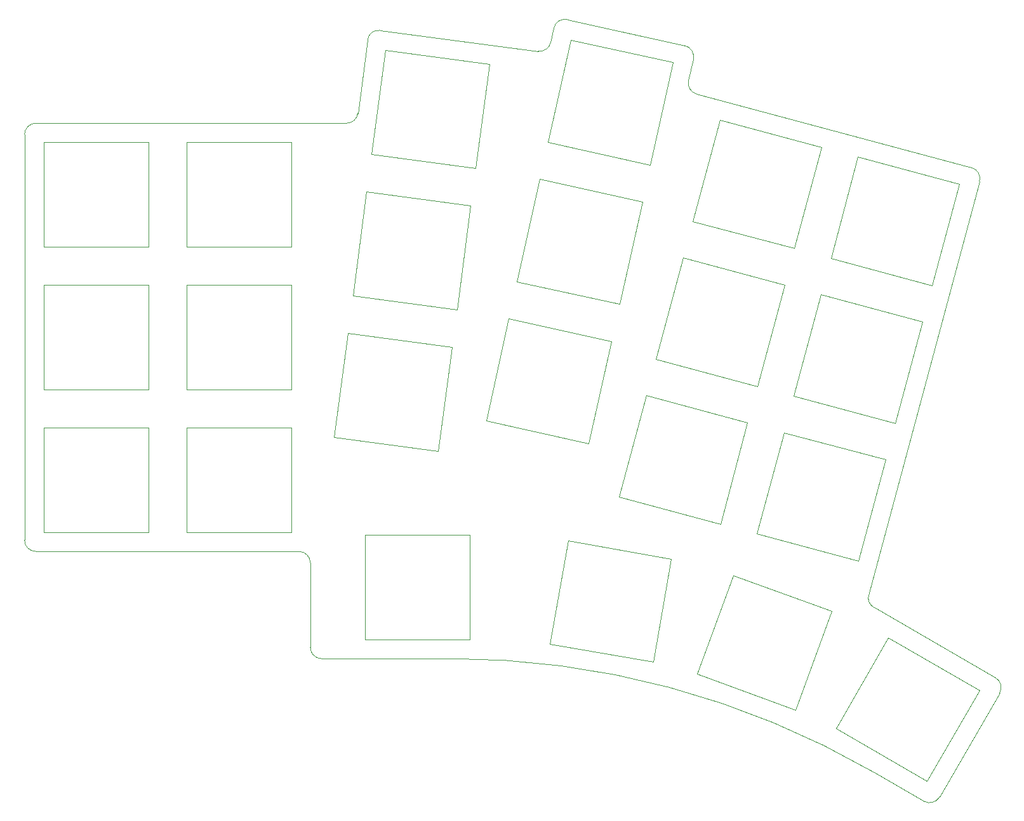
<source format=gbr>
G04 #@! TF.GenerationSoftware,KiCad,Pcbnew,(5.1.2)-1*
G04 #@! TF.CreationDate,2019-06-14T17:53:23+09:00*
G04 #@! TF.ProjectId,adelie,6164656c-6965-42e6-9b69-6361645f7063,rev?*
G04 #@! TF.SameCoordinates,Original*
G04 #@! TF.FileFunction,Profile,NP*
%FSLAX46Y46*%
G04 Gerber Fmt 4.6, Leading zero omitted, Abs format (unit mm)*
G04 Created by KiCad (PCBNEW (5.1.2)-1) date 2019-06-14 17:53:23*
%MOMM*%
%LPD*%
G04 APERTURE LIST*
%ADD10C,0.050000*%
G04 APERTURE END LIST*
D10*
X205831640Y-154350520D02*
X193707240Y-147350520D01*
X205831640Y-154350520D02*
X212831640Y-142226220D01*
X193707240Y-147350520D02*
X200707240Y-135226220D01*
X212831640Y-142226220D02*
X200707240Y-135226220D01*
X188350040Y-144832920D02*
X193138340Y-131677220D01*
X188350040Y-144832920D02*
X175194340Y-140044620D01*
X175194340Y-140044620D02*
X179982640Y-126888920D01*
X193138340Y-131677220D02*
X179982640Y-126888920D01*
X155533240Y-136026420D02*
X157964340Y-122239120D01*
X155533240Y-136026420D02*
X169320640Y-138457520D01*
X169320640Y-138457520D02*
X171751640Y-124670220D01*
X171751640Y-124670220D02*
X157964340Y-122239120D01*
X130897340Y-135470920D02*
X130897340Y-121470920D01*
X130897340Y-135470920D02*
X144897340Y-135470920D01*
X144897340Y-135470920D02*
X144897340Y-121470920D01*
X144897340Y-121470920D02*
X130897340Y-121470920D01*
X183164040Y-121351620D02*
X196687040Y-124975120D01*
X183164040Y-121351620D02*
X186787540Y-107828720D01*
X186787540Y-107828720D02*
X200310540Y-111452220D01*
X196687040Y-124975120D02*
X200310540Y-111452220D01*
X201617540Y-106574220D02*
X205241040Y-93051320D01*
X201617540Y-106574220D02*
X188094540Y-102950820D01*
X205241040Y-93051320D02*
X191718040Y-89427820D01*
X188094540Y-102950820D02*
X191718040Y-89427820D01*
X206548040Y-88173320D02*
X210171240Y-74651320D01*
X206548040Y-88173320D02*
X193025040Y-84549920D01*
X193025040Y-84549920D02*
X196648240Y-71027920D01*
X210171240Y-74651320D02*
X196648240Y-71027920D01*
X178286140Y-120044620D02*
X181909640Y-106521720D01*
X178286140Y-120044620D02*
X164763140Y-116421120D01*
X164763140Y-116421120D02*
X168386640Y-102898220D01*
X181909640Y-106521720D02*
X168386640Y-102898220D01*
X183216640Y-101643720D02*
X186840140Y-88120820D01*
X183216640Y-101643720D02*
X169693640Y-98020320D01*
X169693640Y-98020320D02*
X173317140Y-84497320D01*
X186840140Y-88120820D02*
X173317140Y-84497320D01*
X191770340Y-69720820D02*
X188147140Y-83242820D01*
X188147140Y-83242820D02*
X174624140Y-79619420D01*
X174624140Y-79619420D02*
X178247340Y-66097420D01*
X191770340Y-69720820D02*
X178247340Y-66097420D01*
X160722840Y-109298920D02*
X163752940Y-95630821D01*
X160722840Y-109298920D02*
X147054640Y-106268820D01*
X147054640Y-106268820D02*
X150084840Y-92600620D01*
X163752940Y-95630821D02*
X150084840Y-92600620D01*
X151177840Y-87670320D02*
X154208040Y-74002220D01*
X151177840Y-87670320D02*
X164846040Y-90700520D01*
X164846040Y-90700520D02*
X167876140Y-77032320D01*
X167876140Y-77032320D02*
X154208040Y-74002220D01*
X168969140Y-72102020D02*
X155301040Y-69071920D01*
X168969140Y-72102020D02*
X171999140Y-58434920D01*
X155301040Y-69071920D02*
X158330940Y-55404720D01*
X171999140Y-58434920D02*
X158330940Y-55404720D01*
X140679040Y-110285920D02*
X126798840Y-108458520D01*
X140679040Y-110285920D02*
X142506340Y-96405620D01*
X126798840Y-108458520D02*
X128626140Y-94578320D01*
X142506340Y-96405620D02*
X128626140Y-94578320D01*
X143165540Y-91398820D02*
X144992940Y-77518620D01*
X143165540Y-91398820D02*
X129285340Y-89571520D01*
X129285340Y-89571520D02*
X131112640Y-75691220D01*
X144992940Y-77518620D02*
X131112640Y-75691220D01*
X145652040Y-72511820D02*
X131771840Y-70684420D01*
X145652040Y-72511820D02*
X147479440Y-58631620D01*
X147479440Y-58631620D02*
X133599240Y-56804220D01*
X131771840Y-70684420D02*
X133599240Y-56804220D01*
X121084340Y-107183920D02*
X107084340Y-107183920D01*
X121084340Y-107183920D02*
X121084340Y-121183920D01*
X121084340Y-121183920D02*
X107084340Y-121183920D01*
X107084340Y-121183920D02*
X107084340Y-107183920D01*
X107084340Y-88132920D02*
X107084340Y-102132920D01*
X107084340Y-102132920D02*
X121084340Y-102132920D01*
X121084340Y-102132920D02*
X121084340Y-88132920D01*
X121084340Y-88132920D02*
X107084340Y-88132920D01*
X121084340Y-83082920D02*
X107084340Y-83082920D01*
X121084340Y-83082920D02*
X121084340Y-69082920D01*
X121084340Y-69082920D02*
X107084340Y-69082920D01*
X107084340Y-69082920D02*
X107084340Y-83082920D01*
X102034340Y-83082920D02*
X88034340Y-83082920D01*
X102034340Y-83082920D02*
X102034340Y-69082920D01*
X102034340Y-69082920D02*
X88034340Y-69082920D01*
X88034340Y-69082920D02*
X88034340Y-83082920D01*
X88034340Y-102132920D02*
X88034340Y-88132920D01*
X88034340Y-102132920D02*
X102034340Y-102132920D01*
X102034340Y-102132920D02*
X102034340Y-88132920D01*
X102034340Y-88132920D02*
X88034340Y-88132920D01*
X88034340Y-121183920D02*
X88034340Y-107183920D01*
X88034340Y-121183920D02*
X102034340Y-121183920D01*
X102034340Y-121183920D02*
X102034340Y-107183920D01*
X102034340Y-107183920D02*
X88034340Y-107183920D01*
X207516122Y-156487395D02*
X215539979Y-142586420D01*
X198776979Y-131176477D02*
X214991074Y-140537477D01*
X212859979Y-74308428D02*
X198078647Y-129488471D01*
X211799155Y-72471477D02*
X175125189Y-62645540D01*
X198776979Y-131176476D02*
G75*
G02X198078647Y-129488471I750667J1299006D01*
G01*
X214991074Y-140537477D02*
G75*
G02X215539979Y-142586420I-750094J-1298944D01*
G01*
X205466040Y-157035540D02*
X198617040Y-153080736D01*
X123615040Y-125200540D02*
X123615040Y-136500540D01*
X87007080Y-123700540D02*
X122115040Y-123700540D01*
X85507040Y-68050545D02*
X85507040Y-122200500D01*
X128458763Y-66550582D02*
X87007045Y-66550540D01*
X131235040Y-55457517D02*
X129946040Y-65245540D01*
X154005671Y-56941862D02*
X132918167Y-54165540D01*
X156092040Y-53857169D02*
X155666040Y-55779211D01*
X173549943Y-56190540D02*
X157881178Y-52717540D01*
X174049040Y-60872406D02*
X174690040Y-57979338D01*
X207516122Y-156487395D02*
G75*
G02X205466040Y-157035540I-1299083J750854D01*
G01*
X122115040Y-123700540D02*
G75*
G02X123615040Y-125200540I0J-1500000D01*
G01*
X125115080Y-138000580D02*
G75*
G02X123615040Y-136500540I0J1500040D01*
G01*
X87007080Y-123700540D02*
G75*
G02X85507040Y-122200500I0J1500040D01*
G01*
X85507040Y-68050545D02*
G75*
G02X87007045Y-66550540I1500005J0D01*
G01*
X129946040Y-65245540D02*
G75*
G02X128458763Y-66550582I-1487277J194958D01*
G01*
X131235040Y-55457517D02*
G75*
G02X132918167Y-54165540I1487128J-195022D01*
G01*
X155666041Y-55779212D02*
G75*
G02X154005671Y-56941862I-1464371J324349D01*
G01*
X156092041Y-53857169D02*
G75*
G02X157881178Y-52717540I1464138J-324370D01*
G01*
X175125189Y-62645540D02*
G75*
G02X174049040Y-60872406I388850J1449135D01*
G01*
X173549943Y-56190540D02*
G75*
G02X174690040Y-57979338I-324902J-1464799D01*
G01*
X211799155Y-72471477D02*
G75*
G02X212859979Y-74308428I-388175J-1448952D01*
G01*
X142353041Y-138000540D02*
X125118588Y-138000100D01*
X142353041Y-138000540D02*
G75*
G02X198617040Y-153080736I0J-112500195D01*
G01*
M02*

</source>
